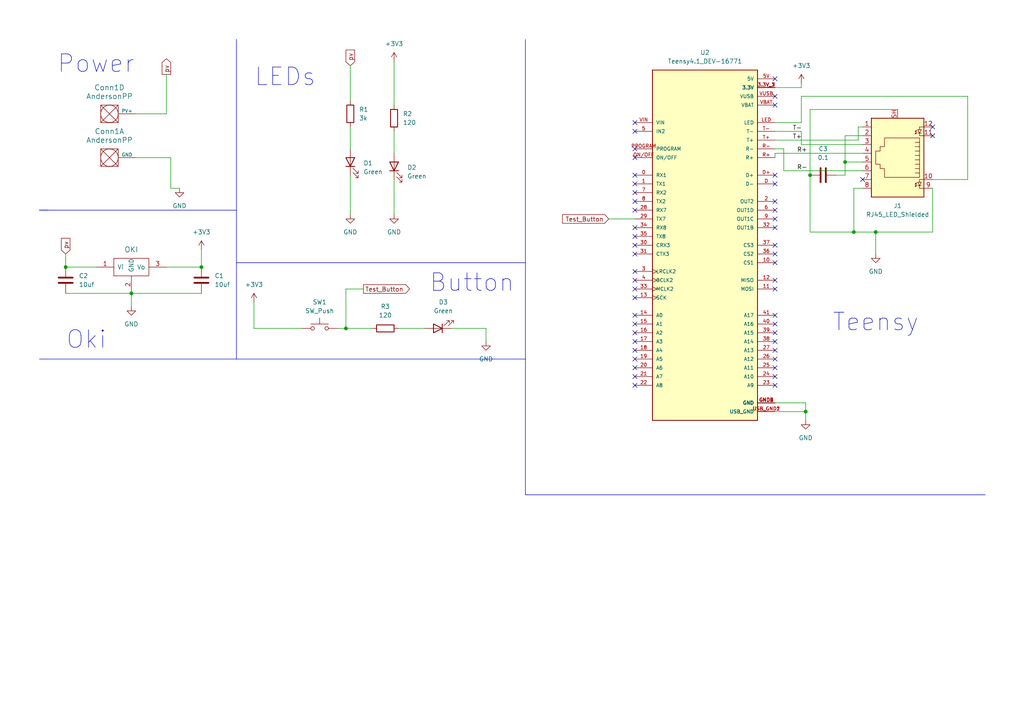
<source format=kicad_sch>
(kicad_sch (version 20230121) (generator eeschema)
  (paper "A4")
  (lib_symbols
    (symbol "Connector:RJ45_LED_Shielded" (pin_names (offset 1.016))
      (property "Reference" "J" (at -5.08 13.97 0))
      (property "Value" "RJ45_LED_Shielded" (at 1.27 13.97 0))
      (symbol "RJ45_LED_Shielded_0_1"
        (polyline (pts (xy -7.62 -7.62) (xy -6.35 -7.62)))
        (polyline (pts (xy -7.62 -5.08) (xy -6.35 -5.08)))
        (polyline (pts (xy -7.62 7.62) (xy -6.35 7.62)))
        (polyline (pts (xy -7.62 10.16) (xy -6.35 10.16)))
        (polyline (pts (xy -6.858 -5.842) (xy -5.842 -5.842)))
        (polyline (pts (xy -6.858 9.398) (xy -5.842 9.398)))
        (polyline (pts (xy -6.35 -7.62) (xy -6.35 -6.858)))
        (polyline (pts (xy -6.35 -5.08) (xy -6.35 -5.842)))
        (polyline (pts (xy -6.35 7.62) (xy -6.35 8.382)))
        (polyline (pts (xy -6.35 10.16) (xy -6.35 9.398)))
        (polyline (pts (xy -5.08 -6.223) (xy -5.207 -6.604)))
        (polyline (pts (xy -5.08 -5.588) (xy -5.207 -5.969)))
        (polyline (pts (xy -5.08 4.445) (xy -6.35 4.445)))
        (polyline (pts (xy -5.08 5.715) (xy -6.35 5.715)))
        (polyline (pts (xy -5.08 9.017) (xy -5.207 8.636)))
        (polyline (pts (xy -5.08 9.652) (xy -5.207 9.271)))
        (polyline (pts (xy -6.35 -3.175) (xy -5.08 -3.175) (xy -5.08 -3.175)))
        (polyline (pts (xy -6.35 -1.905) (xy -5.08 -1.905) (xy -5.08 -1.905)))
        (polyline (pts (xy -6.35 -0.635) (xy -5.08 -0.635) (xy -5.08 -0.635)))
        (polyline (pts (xy -6.35 0.635) (xy -5.08 0.635) (xy -5.08 0.635)))
        (polyline (pts (xy -6.35 1.905) (xy -5.08 1.905) (xy -5.08 1.905)))
        (polyline (pts (xy -5.588 -6.731) (xy -5.08 -6.223) (xy -5.461 -6.35)))
        (polyline (pts (xy -5.588 -6.096) (xy -5.08 -5.588) (xy -5.461 -5.715)))
        (polyline (pts (xy -5.588 8.509) (xy -5.08 9.017) (xy -5.461 8.89)))
        (polyline (pts (xy -5.588 9.144) (xy -5.08 9.652) (xy -5.461 9.525)))
        (polyline (pts (xy -5.08 3.175) (xy -6.35 3.175) (xy -6.35 3.175)))
        (polyline (pts (xy -6.35 -5.842) (xy -6.858 -6.858) (xy -5.842 -6.858) (xy -6.35 -5.842)))
        (polyline (pts (xy -6.35 9.398) (xy -6.858 8.382) (xy -5.842 8.382) (xy -6.35 9.398)))
        (polyline (pts (xy -6.35 -4.445) (xy -6.35 6.985) (xy 3.81 6.985) (xy 3.81 4.445) (xy 5.08 4.445) (xy 5.08 3.175) (xy 6.35 3.175) (xy 6.35 -0.635) (xy 5.08 -0.635) (xy 5.08 -1.905) (xy 3.81 -1.905) (xy 3.81 -4.445) (xy -6.35 -4.445) (xy -6.35 -4.445)))
        (rectangle (start 7.62 12.7) (end -7.62 -10.16) (stroke (width 0.254)) (fill (type background)))
      )
      (symbol "RJ45_LED_Shielded_1_1"
        (pin passive line (at 10.16 -7.62 180) (length 2.54) (name "~") (number "1"))
        (pin passive line (at -10.16 7.62 0) (length 2.54) (name "~") (number "10"))
        (pin passive line (at -10.16 -5.08 0) (length 2.54) (name "~") (number "11"))
        (pin passive line (at -10.16 -7.62 0) (length 2.54) (name "~") (number "12"))
        (pin passive line (at 10.16 -5.08 180) (length 2.54) (name "~") (number "2"))
        (pin passive line (at 10.16 -2.54 180) (length 2.54) (name "~") (number "3"))
        (pin passive line (at 10.16 0 180) (length 2.54) (name "~") (number "4"))
        (pin passive line (at 10.16 2.54 180) (length 2.54) (name "~") (number "5"))
        (pin passive line (at 10.16 5.08 180) (length 2.54) (name "~") (number "6"))
        (pin passive line (at 10.16 7.62 180) (length 2.54) (name "~") (number "7"))
        (pin passive line (at 10.16 10.16 180) (length 2.54) (name "~") (number "8"))
        (pin passive line (at -10.16 10.16 0) (length 2.54) (name "~") (number "9"))
        (pin passive line (at 0 -12.7 90) (length 2.54) (name "~") (number "SH"))
      )
    )
    (symbol "Device:C" (pin_numbers hide) (pin_names (offset 0.254))
      (property "Reference" "C" (at 0.635 2.54 0))
      (property "Value" "C" (at 0.635 -2.54 0))
      (symbol "C_0_1"
        (polyline (pts (xy -2.032 -0.762) (xy 2.032 -0.762)) (stroke (width 0.508)))
        (polyline (pts (xy -2.032 0.762) (xy 2.032 0.762)) (stroke (width 0.508)))
      )
      (symbol "C_1_1"
        (pin passive line (at 0 3.81 270) (length 2.794) (name "~") (number "1"))
        (pin passive line (at 0 -3.81 90) (length 2.794) (name "~") (number "2"))
      )
    )
    (symbol "Device:LED" (pin_numbers hide) (pin_names (offset 1.016) hide)
      (property "Reference" "D" (at 0 2.54 0))
      (property "Value" "LED" (at 0 -2.54 0))
      (symbol "LED_0_1"
        (polyline (pts (xy -1.27 -1.27) (xy -1.27 1.27)) (stroke (width 0.254)))
        (polyline (pts (xy -1.27 0) (xy 1.27 0)))
        (polyline (pts (xy 1.27 -1.27) (xy 1.27 1.27) (xy -1.27 0) (xy 1.27 -1.27)) (stroke (width 0.254)))
        (polyline (pts (xy -3.048 -0.762) (xy -4.572 -2.286) (xy -3.81 -2.286) (xy -4.572 -2.286) (xy -4.572 -1.524)))
        (polyline (pts (xy -1.778 -0.762) (xy -3.302 -2.286) (xy -2.54 -2.286) (xy -3.302 -2.286) (xy -3.302 -1.524)))
      )
      (symbol "LED_1_1"
        (pin passive line (at -3.81 0 0) (length 2.54) (name "K") (number "1"))
        (pin passive line (at 3.81 0 180) (length 2.54) (name "A") (number "2"))
      )
    )
    (symbol "Device:R" (pin_numbers hide) (pin_names (offset 0))
      (property "Reference" "R" (at 2.032 0 90))
      (property "Value" "R" (at 0 0 90))
      (symbol "R_0_1"
        (rectangle (start -1.016 -2.54) (end 1.016 2.54) (stroke (width 0.254)))
      )
      (symbol "R_1_1"
        (pin passive line (at 0 3.81 270) (length 1.27) (name "~") (number "1"))
        (pin passive line (at 0 -3.81 90) (length 1.27) (name "~") (number "2"))
      )
    )
    (symbol "MRDT_Connectors:AndersonPP" (pin_numbers hide) (pin_names (offset 0))
      (property "Reference" "Conn" (at 3.81 -1.27 0))
      (property "Value" "AndersonPP" (at 2.54 6.35 0))
      (symbol "AndersonPP_0_1"
        (polyline (pts (xy 0 5.08) (xy 5.08 0)))
        (polyline (pts (xy 5.08 5.08) (xy 0 0)))
        (rectangle (start 0 0) (end 5.08 5.08))
        (circle (center 2.54 2.54) (radius 2.54))
      )
      (symbol "AndersonPP_1_1"
        (pin input line (at 10.16 2.54 180) (length 5.08) (name "GND") (number "1"))
      )
      (symbol "AndersonPP_2_1"
        (pin input line (at 10.16 2.54 180) (length 5.08) (name "V+Log") (number "2"))
      )
      (symbol "AndersonPP_3_1"
        (pin input line (at 10.16 2.54 180) (length 5.08) (name "V+Act") (number "3"))
      )
      (symbol "AndersonPP_4_1"
        (pin input line (at 10.16 2.54 180) (length 5.08) (name "PV+") (number "4"))
      )
      (symbol "AndersonPP_5_1"
        (pin input line (at 10.16 2.54 180) (length 5.08) (name "~") (number "1"))
      )
    )
    (symbol "MRDT_Devices:OKI" (pin_names (offset 1.016))
      (property "Value" "OKI" (at 5.08 6.35 0))
      (symbol "OKI_0_1"
        (rectangle (start 0 0) (end 10.16 5.08))
      )
      (symbol "OKI_1_1"
        (pin input line (at -5.08 2.54 0) (length 5.08) (name "Vi") (number "1"))
        (pin output line (at 5.08 -5.08 90) (length 5.08) (name "GND") (number "2"))
        (pin output line (at 15.24 2.54 180) (length 5.08) (name "Vo") (number "3"))
      )
    )
    (symbol "MRDT_Shields:Teensy4.1_DEV-16771" (pin_names (offset 1.016))
      (property "Reference" "U" (at -15.24 52.07 0))
      (property "Value" "Teensy4.1_DEV-16771" (at -15.24 -53.34 0))
      (symbol "Teensy4.1_DEV-16771_0_0"
        (rectangle (start -15.24 -50.8) (end 15.24 50.8) (stroke (width 0.254)) (fill (type background)))
        (pin bidirectional line (at -20.32 20.32 0) (length 5.08) (name "RX1") (number "0"))
        (pin bidirectional line (at -20.32 17.78 0) (length 5.08) (name "TX1") (number "1"))
        (pin bidirectional line (at 20.32 -5.08 180) (length 5.08) (name "CS1") (number "10"))
        (pin bidirectional line (at 20.32 -12.7 180) (length 5.08) (name "MOSI") (number "11"))
        (pin bidirectional line (at 20.32 -10.16 180) (length 5.08) (name "MISO") (number "12"))
        (pin bidirectional clock (at -20.32 -15.24 0) (length 5.08) (name "SCK") (number "13"))
        (pin bidirectional line (at -20.32 -20.32 0) (length 5.08) (name "A0") (number "14"))
        (pin bidirectional line (at -20.32 -22.86 0) (length 5.08) (name "A1") (number "15"))
        (pin bidirectional line (at -20.32 -25.4 0) (length 5.08) (name "A2") (number "16"))
        (pin bidirectional line (at -20.32 -27.94 0) (length 5.08) (name "A3") (number "17"))
        (pin bidirectional line (at -20.32 -30.48 0) (length 5.08) (name "A4") (number "18"))
        (pin bidirectional line (at -20.32 -33.02 0) (length 5.08) (name "A5") (number "19"))
        (pin output line (at 20.32 12.7 180) (length 5.08) (name "OUT2") (number "2"))
        (pin bidirectional line (at -20.32 -35.56 0) (length 5.08) (name "A6") (number "20"))
        (pin bidirectional line (at -20.32 -38.1 0) (length 5.08) (name "A7") (number "21"))
        (pin bidirectional line (at -20.32 -40.64 0) (length 5.08) (name "A8") (number "22"))
        (pin bidirectional line (at 20.32 -40.64 180) (length 5.08) (name "A9") (number "23"))
        (pin bidirectional line (at 20.32 -38.1 180) (length 5.08) (name "A10") (number "24"))
        (pin bidirectional line (at 20.32 -35.56 180) (length 5.08) (name "A11") (number "25"))
        (pin bidirectional line (at 20.32 -33.02 180) (length 5.08) (name "A12") (number "26"))
        (pin bidirectional line (at 20.32 -30.48 180) (length 5.08) (name "A13") (number "27"))
        (pin bidirectional line (at -20.32 10.16 0) (length 5.08) (name "RX7") (number "28"))
        (pin bidirectional line (at -20.32 7.62 0) (length 5.08) (name "TX7") (number "29"))
        (pin bidirectional clock (at -20.32 -7.62 0) (length 5.08) (name "LRCLK2") (number "3"))
        (pin power_in line (at 20.32 45.72 180) (length 5.08) (name "3.3V") (number "3.3V_1"))
        (pin power_in line (at 20.32 45.72 180) (length 5.08) (name "3.3V") (number "3.3V_2"))
        (pin power_in line (at 20.32 45.72 180) (length 5.08) (name "3.3V") (number "3.3V_3"))
        (pin bidirectional line (at -20.32 0 0) (length 5.08) (name "CRX3") (number "30"))
        (pin bidirectional line (at -20.32 -2.54 0) (length 5.08) (name "CTX3") (number "31"))
        (pin output line (at 20.32 5.08 180) (length 5.08) (name "OUT1B") (number "32"))
        (pin bidirectional clock (at -20.32 -12.7 0) (length 5.08) (name "MCLK2") (number "33"))
        (pin bidirectional line (at -20.32 5.08 0) (length 5.08) (name "RX8") (number "34"))
        (pin bidirectional line (at -20.32 2.54 0) (length 5.08) (name "TX8") (number "35"))
        (pin bidirectional line (at 20.32 -2.54 180) (length 5.08) (name "CS2") (number "36"))
        (pin bidirectional line (at 20.32 0 180) (length 5.08) (name "CS3") (number "37"))
        (pin bidirectional line (at 20.32 -27.94 180) (length 5.08) (name "A14") (number "38"))
        (pin bidirectional line (at 20.32 -25.4 180) (length 5.08) (name "A15") (number "39"))
        (pin bidirectional clock (at -20.32 -10.16 0) (length 5.08) (name "BCLK2") (number "4"))
        (pin bidirectional line (at 20.32 -22.86 180) (length 5.08) (name "A16") (number "40"))
        (pin bidirectional line (at 20.32 -20.32 180) (length 5.08) (name "A17") (number "41"))
        (pin bidirectional line (at -20.32 33.02 0) (length 5.08) (name "IN2") (number "5"))
        (pin power_in line (at 20.32 48.26 180) (length 5.08) (name "5V") (number "5V"))
        (pin output line (at 20.32 10.16 180) (length 5.08) (name "OUT1D") (number "6"))
        (pin bidirectional line (at -20.32 15.24 0) (length 5.08) (name "RX2") (number "7"))
        (pin bidirectional line (at -20.32 12.7 0) (length 5.08) (name "TX2") (number "8"))
        (pin output line (at 20.32 7.62 180) (length 5.08) (name "OUT1C") (number "9"))
        (pin bidirectional line (at 20.32 17.78 180) (length 5.08) (name "D-") (number "D"))
        (pin bidirectional line (at 20.32 20.32 180) (length 5.08) (name "D+") (number "D+"))
        (pin power_in line (at 20.32 -45.72 180) (length 5.08) (name "GND") (number "GND1"))
        (pin power_in line (at 20.32 -45.72 180) (length 5.08) (name "GND") (number "GND2"))
        (pin power_in line (at 20.32 -45.72 180) (length 5.08) (name "GND") (number "GND3"))
        (pin power_in line (at 20.32 -45.72 180) (length 5.08) (name "GND") (number "GND4"))
        (pin power_in line (at 20.32 -45.72 180) (length 5.08) (name "GND") (number "GND5"))
        (pin bidirectional line (at 20.32 35.56 180) (length 5.08) (name "LED") (number "LED"))
        (pin bidirectional line (at -20.32 25.4 0) (length 5.08) (name "ON/OFF") (number "ON/OFF"))
        (pin bidirectional line (at -20.32 27.94 0) (length 5.08) (name "PROGRAM") (number "PROGRAM"))
        (pin bidirectional line (at 20.32 25.4 180) (length 5.08) (name "R+") (number "R+"))
        (pin bidirectional line (at 20.32 27.94 180) (length 5.08) (name "R-") (number "R-"))
        (pin bidirectional line (at 20.32 30.48 180) (length 5.08) (name "T+") (number "T+"))
        (pin bidirectional line (at 20.32 33.02 180) (length 5.08) (name "T-") (number "T-"))
        (pin power_in line (at 20.32 -48.26 180) (length 5.08) (name "USB_GND") (number "USB_GND1"))
        (pin power_in line (at 20.32 -48.26 180) (length 5.08) (name "USB_GND") (number "USB_GND2"))
        (pin passive line (at 20.32 40.64 180) (length 5.08) (name "VBAT") (number "VBAT"))
        (pin input line (at -20.32 35.56 0) (length 5.08) (name "VIN") (number "VIN"))
        (pin passive line (at 20.32 43.18 180) (length 5.08) (name "VUSB") (number "VUSB"))
      )
    )
    (symbol "Switch:SW_Push" (pin_numbers hide) (pin_names (offset 1.016) hide)
      (property "Reference" "SW" (at 1.27 2.54 0))
      (property "Value" "SW_Push" (at 0 -1.524 0))
      (symbol "SW_Push_0_1"
        (circle (center -2.032 0) (radius 0.508))
        (polyline (pts (xy 0 1.27) (xy 0 3.048)))
        (polyline (pts (xy 2.54 1.27) (xy -2.54 1.27)))
        (circle (center 2.032 0) (radius 0.508))
        (pin passive line (at -5.08 0 0) (length 2.54) (name "1") (number "1"))
        (pin passive line (at 5.08 0 180) (length 2.54) (name "2") (number "2"))
      )
    )
    (symbol "power:+3V3" (power) (pin_names (offset 0))
      (property "Value" "+3V3" (at 0 3.556 0))
      (symbol "+3V3_0_1"
        (polyline (pts (xy -0.762 1.27) (xy 0 2.54)))
        (polyline (pts (xy 0 0) (xy 0 2.54)))
        (polyline (pts (xy 0 2.54) (xy 0.762 1.27)))
      )
      (symbol "+3V3_1_1"
        (pin power_in line (at 0 0 90) (length 0) hide (name "+3V3") (number "1"))
      )
    )
    (symbol "power:GND" (power) (pin_names (offset 0))
      (property "Value" "GND" (at 0 -3.81 0))
      (symbol "GND_0_1"
        (polyline (pts (xy 0 0) (xy 0 -1.27) (xy 1.27 -1.27) (xy 0 -2.54) (xy -1.27 -1.27) (xy 0 -1.27)))
      )
      (symbol "GND_1_1"
        (pin power_in line (at 0 0 270) (length 0) hide (name "GND") (number "1"))
      )
    )
  )
  (junction (at 100.33 95.25))
  (junction (at 233.68 119.38))
  (junction (at 245.11 46.99))
  (junction (at 38.1 85.09))
  (junction (at 19.05 77.47))
  (junction (at 234.95 50.8))
  (junction (at 58.42 77.47))
  (junction (at 247.65 67.31))
  (junction (at 254 67.31))
  (no_connect (at 184.15 66.04))
  (no_connect (at 184.15 58.42))
  (no_connect (at 270.51 36.83))
  (no_connect (at 270.51 39.37))
  (no_connect (at 224.79 63.5))
  (no_connect (at 224.79 60.96))
  (no_connect (at 224.79 91.44))
  (no_connect (at 224.79 93.98))
  (no_connect (at 224.79 104.14))
  (no_connect (at 224.79 109.22))
  (no_connect (at 224.79 96.52))
  (no_connect (at 184.15 86.36))
  (no_connect (at 224.79 76.2))
  (no_connect (at 224.79 111.76))
  (no_connect (at 184.15 91.44))
  (no_connect (at 184.15 73.66))
  (no_connect (at 184.15 35.56))
  (no_connect (at 184.15 43.18))
  (no_connect (at 184.15 68.58))
  (no_connect (at 184.15 50.8))
  (no_connect (at 184.15 101.6))
  (no_connect (at 250.19 52.07))
  (no_connect (at 224.79 81.28))
  (no_connect (at 184.15 71.12))
  (no_connect (at 224.79 22.86))
  (no_connect (at 184.15 81.28))
  (no_connect (at 224.79 71.12))
  (no_connect (at 224.79 99.06))
  (no_connect (at 184.15 45.72))
  (no_connect (at 184.15 83.82))
  (no_connect (at 184.15 109.22))
  (no_connect (at 224.79 53.34))
  (no_connect (at 224.79 101.6))
  (no_connect (at 184.15 60.96))
  (no_connect (at 184.15 53.34))
  (no_connect (at 184.15 96.52))
  (no_connect (at 184.15 111.76))
  (no_connect (at 224.79 30.48))
  (no_connect (at 184.15 38.1))
  (no_connect (at 224.79 83.82))
  (no_connect (at 184.15 99.06))
  (no_connect (at 224.79 66.04))
  (no_connect (at 184.15 78.74))
  (no_connect (at 224.79 58.42))
  (no_connect (at 184.15 55.88))
  (no_connect (at 224.79 106.68))
  (no_connect (at 224.79 27.94))
  (no_connect (at 224.79 73.66))
  (no_connect (at 224.79 50.8))
  (no_connect (at 184.15 106.68))
  (no_connect (at 184.15 104.14))
  (no_connect (at 184.15 93.98))
  (wire (pts (xy 114.3 52.07) (xy 114.3 62.23)))
  (wire (pts (xy 73.66 95.25) (xy 73.66 87.63)))
  (wire (pts (xy 48.26 77.47) (xy 58.42 77.47)))
  (wire (pts (xy 234.95 67.31) (xy 234.95 50.8)))
  (wire (pts (xy 101.6 50.8) (xy 101.6 62.23)))
  (polyline (pts (xy 68.58 76.2) (xy 68.58 104.14)))
  (wire (pts (xy 227.33 49.53) (xy 227.33 43.18)))
  (wire (pts (xy 270.51 52.07) (xy 280.67 52.07)))
  (polyline (pts (xy 285.75 143.51) (xy 152.4 143.51)))
  (wire (pts (xy 114.3 38.1) (xy 114.3 44.45)))
  (polyline (pts (xy 11.43 104.14) (xy 152.4 104.14)))
  (wire (pts (xy 245.11 39.37) (xy 245.11 46.99)))
  (wire (pts (xy 232.41 25.4) (xy 232.41 24.13)))
  (wire (pts (xy 247.65 54.61) (xy 247.65 67.31)))
  (polyline (pts (xy 152.4 11.43) (xy 152.4 143.51)))
  (wire (pts (xy 101.6 36.83) (xy 101.6 43.18)))
  (wire (pts (xy 114.3 17.78) (xy 114.3 30.48)))
  (wire (pts (xy 247.65 67.31) (xy 234.95 67.31)))
  (wire (pts (xy 247.65 54.61) (xy 250.19 54.61)))
  (wire (pts (xy 224.79 116.84) (xy 233.68 116.84)))
  (wire (pts (xy 250.19 46.99) (xy 245.11 46.99)))
  (wire (pts (xy 101.6 19.05) (xy 101.6 29.21)))
  (wire (pts (xy 248.92 40.64) (xy 224.79 40.64)))
  (wire (pts (xy 270.51 67.31) (xy 254 67.31)))
  (polyline (pts (xy 11.43 60.96) (xy 68.58 60.96)))
  (wire (pts (xy 227.33 43.18) (xy 224.79 43.18)))
  (wire (pts (xy 97.79 95.25) (xy 100.33 95.25)))
  (wire (pts (xy 224.79 44.45) (xy 250.19 44.45)))
  (wire (pts (xy 19.05 73.66) (xy 19.05 77.47)))
  (wire (pts (xy 227.33 49.53) (xy 250.19 49.53)))
  (wire (pts (xy 39.37 33.02) (xy 48.26 33.02)))
  (wire (pts (xy 49.53 45.72) (xy 49.53 54.61)))
  (wire (pts (xy 232.41 35.56) (xy 224.79 35.56)))
  (wire (pts (xy 130.81 95.25) (xy 140.97 95.25)))
  (wire (pts (xy 250.19 39.37) (xy 245.11 39.37)))
  (wire (pts (xy 270.51 54.61) (xy 270.51 67.31)))
  (wire (pts (xy 58.42 72.39) (xy 58.42 77.47)))
  (wire (pts (xy 280.67 27.94) (xy 232.41 27.94)))
  (wire (pts (xy 254 67.31) (xy 254 73.66)))
  (wire (pts (xy 100.33 95.25) (xy 107.95 95.25)))
  (wire (pts (xy 105.41 83.82) (xy 100.33 83.82)))
  (wire (pts (xy 38.1 85.09) (xy 58.42 85.09)))
  (wire (pts (xy 232.41 38.1) (xy 224.79 38.1)))
  (wire (pts (xy 19.05 85.09) (xy 38.1 85.09)))
  (wire (pts (xy 233.68 119.38) (xy 233.68 121.92)))
  (wire (pts (xy 115.57 95.25) (xy 123.19 95.25)))
  (wire (pts (xy 245.11 46.99) (xy 245.11 50.8)))
  (wire (pts (xy 48.26 33.02) (xy 48.26 21.59)))
  (wire (pts (xy 100.33 83.82) (xy 100.33 95.25)))
  (wire (pts (xy 234.95 31.75) (xy 234.95 50.8)))
  (polyline (pts (xy 68.58 11.43) (xy 68.58 76.2)))
  (wire (pts (xy 73.66 95.25) (xy 87.63 95.25)))
  (wire (pts (xy 232.41 41.91) (xy 232.41 38.1)))
  (wire (pts (xy 39.37 45.72) (xy 49.53 45.72)))
  (wire (pts (xy 224.79 44.45) (xy 224.79 45.72)))
  (polyline (pts (xy 11.43 60.96) (xy 13.97 60.96)))
  (wire (pts (xy 260.35 31.75) (xy 234.95 31.75)))
  (wire (pts (xy 140.97 95.25) (xy 140.97 99.06)))
  (wire (pts (xy 19.05 77.47) (xy 27.94 77.47)))
  (wire (pts (xy 248.92 36.83) (xy 248.92 40.64)))
  (wire (pts (xy 38.1 85.09) (xy 38.1 88.9)))
  (wire (pts (xy 224.79 25.4) (xy 232.41 25.4)))
  (wire (pts (xy 49.53 54.61) (xy 52.07 54.61)))
  (wire (pts (xy 233.68 116.84) (xy 233.68 119.38)))
  (wire (pts (xy 232.41 27.94) (xy 232.41 35.56)))
  (wire (pts (xy 245.11 50.8) (xy 242.57 50.8)))
  (wire (pts (xy 250.19 41.91) (xy 232.41 41.91)))
  (wire (pts (xy 250.19 36.83) (xy 248.92 36.83)))
  (wire (pts (xy 224.79 119.38) (xy 233.68 119.38)))
  (wire (pts (xy 280.67 52.07) (xy 280.67 27.94)))
  (polyline (pts (xy 152.4 76.2) (xy 68.58 76.2)))
  (wire (pts (xy 176.53 63.5) (xy 184.15 63.5)))
  (wire (pts (xy 254 67.31) (xy 247.65 67.31)))
  (text "Oki" (at 19.05 101.6 0) (effects (font (size 5.08 5.08)) (justify left bottom)))
  (text "LEDs" (at 73.66 25.4 0) (effects (font (size 5.08 5.08)) (justify left bottom)))
  (text "Button" (at 124.46 85.09 0) (effects (font (size 5.08 5.08)) (justify left bottom)))
  (text "Teensy" (at 241.3 96.52 0) (effects (font (size 5.08 5.08)) (justify left bottom)))
  (text "Power" (at 16.51 21.59 0) (effects (font (size 5.08 5.08)) (justify left bottom)))
  (label "T+" (at 229.87 40.64 0))
  (label "R-" (at 231.14 49.53 0))
  (label "R+" (at 231.14 44.45 0))
  (label "T-" (at 229.87 38.1 0))
  (global_label "pv" (shape input) (at 19.05 73.66 90) (property "Intersheetrefs" "${INTERSHEET_REFS}" (effects hide)))
  (global_label "Test_Button" (shape output) (at 105.41 83.82 0) (property "Intersheetrefs" "${INTERSHEET_REFS}" (effects hide)))
  (global_label "pv" (shape input) (at 101.6 19.05 90) (property "Intersheetrefs" "${INTERSHEET_REFS}" (effects hide)))
  (global_label "pv" (shape output) (at 48.26 21.59 90) (property "Intersheetrefs" "${INTERSHEET_REFS}" (effects hide)))
  (global_label "Test_Button" (shape input) (at 176.53 63.5 180) (property "Intersheetrefs" "${INTERSHEET_REFS}" (effects hide)))
  (symbol (lib_id "power:GND") (at 140.97 99.06 0) (unit 1)
    (property "Reference" "#PWR011" (effects hide))
    (property "Value" "GND" (at 140.97 104.14 0))
  )
  (symbol (lib_id "Device:LED") (at 114.3 48.26 90) (unit 1)
    (property "Reference" "D2" (at 118.11 48.5775 90) (effects (justify right)))
    (property "Value" "Green" (at 118.11 51.1175 90) (effects (justify right)))
    (property "Footprint" "LED_SMD:LED_0603_1608Metric_Pad1.05x0.95mm_HandSolder" (effects hide))
  )
  (symbol (lib_id "MRDT_Shields:Teensy4.1_DEV-16771") (at 204.47 71.12 0) (unit 1)
    (property "Reference" "U2" (at 204.47 15.24 0))
    (property "Value" "Teensy4.1_DEV-16771" (at 204.47 17.78 0))
    (property "Footprint" "MRDT_Shields:Teensy_4_1_Ethernet" (effects hide))
    (property "STANDARD" "Manufacturer recommendations" (effects hide))
    (property "MAXIMUM_PACKAGE_HEIGHT" "4.07mm" (effects hide))
    (property "MANUFACTURER" "SparkFun Electronics" (effects hide))
    (property "PARTREV" "4.1" (effects hide))
  )
  (symbol (lib_id "MRDT_Devices:OKI") (at 33.02 80.01 0) (unit 1)
    (property "Reference" "U1" (effects hide))
    (property "Value" "OKI" (at 38.1 72.39 0) (effects (font (size 1.524 1.524))))
    (property "Footprint" "MRDT_Devices:OKI_Horizontal" (effects hide))
  )
  (symbol (lib_id "power:GND") (at 114.3 62.23 0) (unit 1)
    (property "Reference" "#PWR05" (effects hide))
    (property "Value" "GND" (at 114.3 67.31 0))
  )
  (symbol (lib_id "power:+3V3") (at 232.41 24.13 0) (unit 1)
    (property "Reference" "#PWR07" (effects hide))
    (property "Value" "+3V3" (at 232.41 19.05 0))
  )
  (symbol (lib_id "Device:R") (at 101.6 33.02 0) (unit 1)
    (property "Reference" "R1" (at 104.14 31.75 0) (effects (justify left)))
    (property "Value" "3k" (at 104.14 34.29 0) (effects (justify left)))
    (property "Footprint" "Resistor_SMD:R_0603_1608Metric_Pad0.98x0.95mm_HandSolder" (effects hide))
  )
  (symbol (lib_id "power:+3V3") (at 73.66 87.63 0) (unit 1)
    (property "Reference" "#PWR010" (effects hide))
    (property "Value" "+3V3" (at 73.66 82.55 0))
  )
  (symbol (lib_id "power:+3V3") (at 58.42 72.39 0) (unit 1)
    (property "Reference" "#PWR02" (effects hide))
    (property "Value" "+3V3" (at 58.42 67.31 0))
  )
  (symbol (lib_id "Device:R") (at 111.76 95.25 90) (unit 1)
    (property "Reference" "R3" (at 111.76 88.9 90))
    (property "Value" "120" (at 111.76 91.44 90))
    (property "Footprint" "Resistor_SMD:R_0603_1608Metric_Pad0.98x0.95mm_HandSolder" (effects hide))
  )
  (symbol (lib_id "power:+3V3") (at 114.3 17.78 0) (unit 1)
    (property "Reference" "#PWR06" (effects hide))
    (property "Value" "+3V3" (at 114.3 12.7 0))
  )
  (symbol (lib_id "power:GND") (at 101.6 62.23 0) (unit 1)
    (property "Reference" "#PWR04" (effects hide))
    (property "Value" "GND" (at 101.6 67.31 0))
  )
  (symbol (lib_id "Device:C") (at 58.42 81.28 0) (unit 1)
    (property "Reference" "C1" (at 62.23 80.01 0) (effects (justify left)))
    (property "Value" "10uf" (at 62.23 82.55 0) (effects (justify left)))
    (property "Footprint" "Capacitor_SMD:C_0603_1608Metric_Pad1.08x0.95mm_HandSolder" (effects hide))
  )
  (symbol (lib_id "Switch:SW_Push") (at 92.71 95.25 0) (unit 1)
    (property "Reference" "SW1" (at 92.71 87.63 0))
    (property "Value" "SW_Push" (at 92.71 90.17 0))
    (property "Footprint" "Button_Switch_SMD:SW_SPST_TL3305A" (effects hide))
  )
  (symbol (lib_id "Device:LED") (at 101.6 46.99 90) (unit 1)
    (property "Reference" "D1" (at 105.41 47.3075 90) (effects (justify right)))
    (property "Value" "Green" (at 105.41 49.8475 90) (effects (justify right)))
    (property "Footprint" "LED_SMD:LED_0603_1608Metric_Pad1.05x0.95mm_HandSolder" (effects hide))
  )
  (symbol (lib_id "Device:C") (at 238.76 50.8 90) (unit 1)
    (property "Reference" "C3" (at 238.76 43.18 90))
    (property "Value" "0.1" (at 238.76 45.72 90))
    (property "Footprint" "Capacitor_SMD:C_0603_1608Metric_Pad1.08x0.95mm_HandSolder" (effects hide))
  )
  (symbol (lib_id "Device:R") (at 114.3 34.29 0) (unit 1)
    (property "Reference" "R2" (at 116.84 33.02 0) (effects (justify left)))
    (property "Value" "120" (at 116.84 35.56 0) (effects (justify left)))
    (property "Footprint" "Resistor_SMD:R_0603_1608Metric_Pad0.98x0.95mm_HandSolder" (effects hide))
  )
  (symbol (lib_id "Device:LED") (at 127 95.25 180) (unit 1)
    (property "Reference" "D3" (at 128.5875 87.63 0))
    (property "Value" "Green" (at 128.5875 90.17 0))
    (property "Footprint" "LED_SMD:LED_0603_1608Metric_Pad1.05x0.95mm_HandSolder" (effects hide))
  )
  (symbol (lib_id "MRDT_Connectors:AndersonPP") (at 29.21 35.56 0) (unit 4)
    (property "Reference" "Conn1" (at 31.75 25.4 0) (effects (font (size 1.524 1.524))))
    (property "Value" "AndersonPP" (at 31.75 27.94 0) (effects (font (size 1.524 1.524))))
    (property "Footprint" "MRDT_Connectors:Square_Anderson_2_H_Side_By_Side_PV" (effects hide))
  )
  (symbol (lib_id "MRDT_Connectors:AndersonPP") (at 29.21 48.26 0) (unit 1)
    (property "Reference" "Conn1" (at 31.75 38.1 0) (effects (font (size 1.524 1.524))))
    (property "Value" "AndersonPP" (at 31.75 40.64 0) (effects (font (size 1.524 1.524))))
    (property "Footprint" "MRDT_Connectors:Square_Anderson_2_H_Side_By_Side_PV" (effects hide))
  )
  (symbol (lib_id "Device:C") (at 19.05 81.28 0) (unit 1)
    (property "Reference" "C2" (at 22.86 80.01 0) (effects (justify left)))
    (property "Value" "10uf" (at 22.86 82.55 0) (effects (justify left)))
    (property "Footprint" "Capacitor_SMD:C_0603_1608Metric_Pad1.08x0.95mm_HandSolder" (effects hide))
  )
  (symbol (lib_id "power:GND") (at 254 73.66 0) (unit 1)
    (property "Reference" "#PWR09" (effects hide))
    (property "Value" "GND" (at 254 78.74 0))
  )
  (symbol (lib_id "power:GND") (at 233.68 121.92 0) (unit 1)
    (property "Reference" "#PWR08" (effects hide))
    (property "Value" "GND" (at 233.68 127 0))
  )
  (symbol (lib_id "power:GND") (at 38.1 88.9 0) (unit 1)
    (property "Reference" "#PWR03" (effects hide))
    (property "Value" "GND" (at 38.1 93.98 0))
  )
  (symbol (lib_id "Connector:RJ45_LED_Shielded") (at 260.35 44.45 180) (unit 1)
    (property "Reference" "J1" (at 260.35 59.69 0))
    (property "Value" "RJ45_LED_Shielded" (at 260.35 62.23 0))
    (property "Footprint" "MRDT_Connectors:RJ45_Teensy" (effects hide))
  )
  (symbol (lib_id "power:GND") (at 52.07 54.61 0) (unit 1)
    (property "Reference" "#PWR01" (effects hide))
    (property "Value" "GND" (at 52.07 59.69 0))
  )
)
</source>
